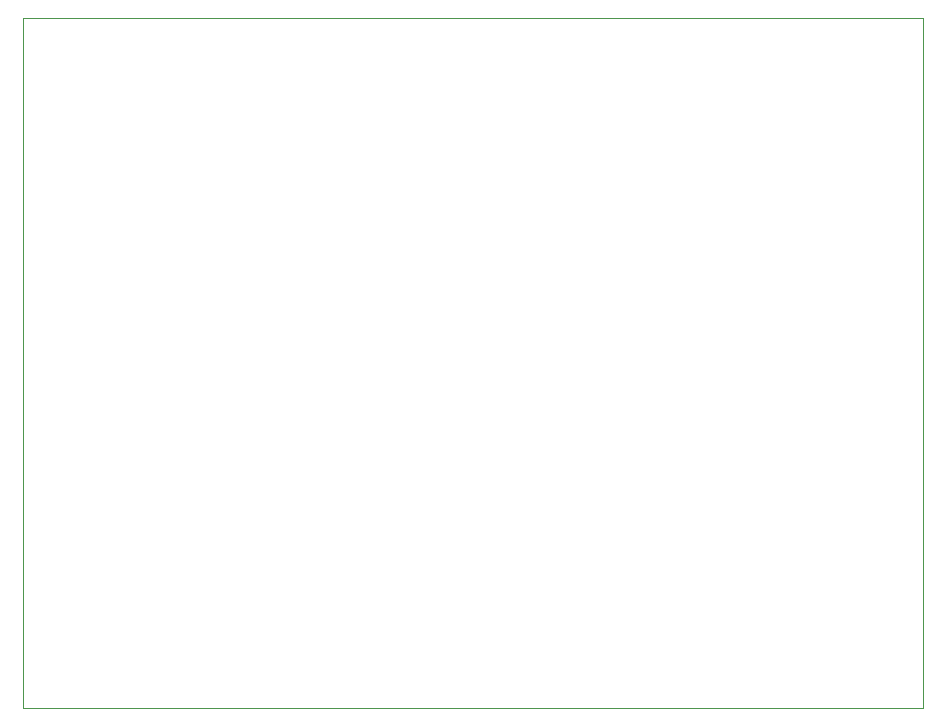
<source format=gbr>
G04 #@! TF.FileFunction,Profile,NP*
%FSLAX46Y46*%
G04 Gerber Fmt 4.6, Leading zero omitted, Abs format (unit mm)*
G04 Created by KiCad (PCBNEW 4.0.2+dfsg1-stable) date Mit 11 Mai 2016 00:43:05 CEST*
%MOMM*%
G01*
G04 APERTURE LIST*
%ADD10C,0.100000*%
G04 APERTURE END LIST*
D10*
X102870000Y-135890000D02*
X102870000Y-77470000D01*
X179070000Y-135890000D02*
X102870000Y-135890000D01*
X179070000Y-77470000D02*
X179070000Y-135890000D01*
X102870000Y-77470000D02*
X179070000Y-77470000D01*
M02*

</source>
